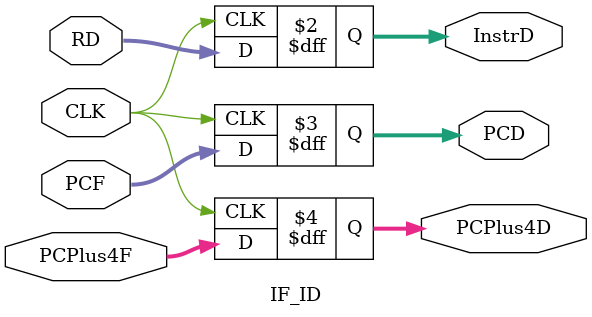
<source format=v>
module IF_ID(
    input wire CLK,
    input wire [31:0] RD,
    input wire [31:0] PCF,
    input wire [31:0] PCPlus4F,
    output reg [31:0] InstrD,
    output reg [31:0] PCD,
    output reg [31:0] PCPlus4D
);

    always @(posedge CLK) begin
        InstrD <= RD;
        PCD <= PCF;
        PCPlus4D <= PCPlus4F;
    end

endmodule
</source>
